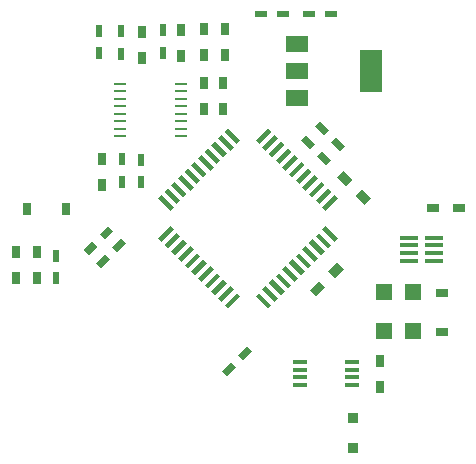
<source format=gbr>
G04 #@! TF.FileFunction,Paste,Top*
%FSLAX46Y46*%
G04 Gerber Fmt 4.6, Leading zero omitted, Abs format (unit mm)*
G04 Created by KiCad (PCBNEW 4.0.4-stable) date 06/03/17 21:35:24*
%MOMM*%
%LPD*%
G01*
G04 APERTURE LIST*
%ADD10C,0.100000*%
%ADD11R,1.360000X1.360000*%
%ADD12R,1.587000X0.317000*%
%ADD13R,1.060000X0.760000*%
%ADD14R,0.610000X1.060000*%
%ADD15R,1.060000X0.610000*%
%ADD16R,0.760000X1.060000*%
%ADD17R,1.060000X0.260000*%
%ADD18R,1.860000X3.660000*%
%ADD19R,1.860000X1.360000*%
%ADD20R,0.860000X0.860000*%
%ADD21R,1.310000X0.310000*%
G04 APERTURE END LIST*
D10*
G36*
X40329838Y-174790852D02*
X40626822Y-175087836D01*
X39594446Y-176120212D01*
X39297462Y-175823228D01*
X40329838Y-174790852D01*
X40329838Y-174790852D01*
G37*
G36*
X39764152Y-174225167D02*
X40061136Y-174522151D01*
X39028760Y-175554527D01*
X38731776Y-175257543D01*
X39764152Y-174225167D01*
X39764152Y-174225167D01*
G37*
G36*
X39198467Y-173659482D02*
X39495451Y-173956466D01*
X38463075Y-174988842D01*
X38166091Y-174691858D01*
X39198467Y-173659482D01*
X39198467Y-173659482D01*
G37*
G36*
X38632782Y-173093796D02*
X38929766Y-173390780D01*
X37897390Y-174423156D01*
X37600406Y-174126172D01*
X38632782Y-173093796D01*
X38632782Y-173093796D01*
G37*
G36*
X38067096Y-172528111D02*
X38364080Y-172825095D01*
X37331704Y-173857471D01*
X37034720Y-173560487D01*
X38067096Y-172528111D01*
X38067096Y-172528111D01*
G37*
G36*
X37501411Y-171962425D02*
X37798395Y-172259409D01*
X36766019Y-173291785D01*
X36469035Y-172994801D01*
X37501411Y-171962425D01*
X37501411Y-171962425D01*
G37*
G36*
X36935725Y-171396740D02*
X37232709Y-171693724D01*
X36200333Y-172726100D01*
X35903349Y-172429116D01*
X36935725Y-171396740D01*
X36935725Y-171396740D01*
G37*
G36*
X36370040Y-170831054D02*
X36667024Y-171128038D01*
X35634648Y-172160414D01*
X35337664Y-171863430D01*
X36370040Y-170831054D01*
X36370040Y-170831054D01*
G37*
G36*
X35804354Y-170265369D02*
X36101338Y-170562353D01*
X35068962Y-171594729D01*
X34771978Y-171297745D01*
X35804354Y-170265369D01*
X35804354Y-170265369D01*
G37*
G36*
X35238669Y-169699684D02*
X35535653Y-169996668D01*
X34503277Y-171029044D01*
X34206293Y-170732060D01*
X35238669Y-169699684D01*
X35238669Y-169699684D01*
G37*
G36*
X34672984Y-169133998D02*
X34969968Y-169430982D01*
X33937592Y-170463358D01*
X33640608Y-170166374D01*
X34672984Y-169133998D01*
X34672984Y-169133998D01*
G37*
G36*
X31024312Y-169430982D02*
X31321296Y-169133998D01*
X32353672Y-170166374D01*
X32056688Y-170463358D01*
X31024312Y-169430982D01*
X31024312Y-169430982D01*
G37*
G36*
X30458627Y-169996668D02*
X30755611Y-169699684D01*
X31787987Y-170732060D01*
X31491003Y-171029044D01*
X30458627Y-169996668D01*
X30458627Y-169996668D01*
G37*
G36*
X29892942Y-170562353D02*
X30189926Y-170265369D01*
X31222302Y-171297745D01*
X30925318Y-171594729D01*
X29892942Y-170562353D01*
X29892942Y-170562353D01*
G37*
G36*
X29327256Y-171128038D02*
X29624240Y-170831054D01*
X30656616Y-171863430D01*
X30359632Y-172160414D01*
X29327256Y-171128038D01*
X29327256Y-171128038D01*
G37*
G36*
X28761571Y-171693724D02*
X29058555Y-171396740D01*
X30090931Y-172429116D01*
X29793947Y-172726100D01*
X28761571Y-171693724D01*
X28761571Y-171693724D01*
G37*
G36*
X28195885Y-172259409D02*
X28492869Y-171962425D01*
X29525245Y-172994801D01*
X29228261Y-173291785D01*
X28195885Y-172259409D01*
X28195885Y-172259409D01*
G37*
G36*
X27630200Y-172825095D02*
X27927184Y-172528111D01*
X28959560Y-173560487D01*
X28662576Y-173857471D01*
X27630200Y-172825095D01*
X27630200Y-172825095D01*
G37*
G36*
X27064514Y-173390780D02*
X27361498Y-173093796D01*
X28393874Y-174126172D01*
X28096890Y-174423156D01*
X27064514Y-173390780D01*
X27064514Y-173390780D01*
G37*
G36*
X26498829Y-173956466D02*
X26795813Y-173659482D01*
X27828189Y-174691858D01*
X27531205Y-174988842D01*
X26498829Y-173956466D01*
X26498829Y-173956466D01*
G37*
G36*
X25933144Y-174522151D02*
X26230128Y-174225167D01*
X27262504Y-175257543D01*
X26965520Y-175554527D01*
X25933144Y-174522151D01*
X25933144Y-174522151D01*
G37*
G36*
X25367458Y-175087836D02*
X25664442Y-174790852D01*
X26696818Y-175823228D01*
X26399834Y-176120212D01*
X25367458Y-175087836D01*
X25367458Y-175087836D01*
G37*
G36*
X26399834Y-177407148D02*
X26696818Y-177704132D01*
X25664442Y-178736508D01*
X25367458Y-178439524D01*
X26399834Y-177407148D01*
X26399834Y-177407148D01*
G37*
G36*
X26965520Y-177972833D02*
X27262504Y-178269817D01*
X26230128Y-179302193D01*
X25933144Y-179005209D01*
X26965520Y-177972833D01*
X26965520Y-177972833D01*
G37*
G36*
X27531205Y-178538518D02*
X27828189Y-178835502D01*
X26795813Y-179867878D01*
X26498829Y-179570894D01*
X27531205Y-178538518D01*
X27531205Y-178538518D01*
G37*
G36*
X28096890Y-179104204D02*
X28393874Y-179401188D01*
X27361498Y-180433564D01*
X27064514Y-180136580D01*
X28096890Y-179104204D01*
X28096890Y-179104204D01*
G37*
G36*
X28662576Y-179669889D02*
X28959560Y-179966873D01*
X27927184Y-180999249D01*
X27630200Y-180702265D01*
X28662576Y-179669889D01*
X28662576Y-179669889D01*
G37*
G36*
X29228261Y-180235575D02*
X29525245Y-180532559D01*
X28492869Y-181564935D01*
X28195885Y-181267951D01*
X29228261Y-180235575D01*
X29228261Y-180235575D01*
G37*
G36*
X29793947Y-180801260D02*
X30090931Y-181098244D01*
X29058555Y-182130620D01*
X28761571Y-181833636D01*
X29793947Y-180801260D01*
X29793947Y-180801260D01*
G37*
G36*
X30359632Y-181366946D02*
X30656616Y-181663930D01*
X29624240Y-182696306D01*
X29327256Y-182399322D01*
X30359632Y-181366946D01*
X30359632Y-181366946D01*
G37*
G36*
X30925318Y-181932631D02*
X31222302Y-182229615D01*
X30189926Y-183261991D01*
X29892942Y-182965007D01*
X30925318Y-181932631D01*
X30925318Y-181932631D01*
G37*
G36*
X31491003Y-182498316D02*
X31787987Y-182795300D01*
X30755611Y-183827676D01*
X30458627Y-183530692D01*
X31491003Y-182498316D01*
X31491003Y-182498316D01*
G37*
G36*
X32056688Y-183064002D02*
X32353672Y-183360986D01*
X31321296Y-184393362D01*
X31024312Y-184096378D01*
X32056688Y-183064002D01*
X32056688Y-183064002D01*
G37*
G36*
X33640608Y-183360986D02*
X33937592Y-183064002D01*
X34969968Y-184096378D01*
X34672984Y-184393362D01*
X33640608Y-183360986D01*
X33640608Y-183360986D01*
G37*
G36*
X34206293Y-182795300D02*
X34503277Y-182498316D01*
X35535653Y-183530692D01*
X35238669Y-183827676D01*
X34206293Y-182795300D01*
X34206293Y-182795300D01*
G37*
G36*
X34771978Y-182229615D02*
X35068962Y-181932631D01*
X36101338Y-182965007D01*
X35804354Y-183261991D01*
X34771978Y-182229615D01*
X34771978Y-182229615D01*
G37*
G36*
X35337664Y-181663930D02*
X35634648Y-181366946D01*
X36667024Y-182399322D01*
X36370040Y-182696306D01*
X35337664Y-181663930D01*
X35337664Y-181663930D01*
G37*
G36*
X35903349Y-181098244D02*
X36200333Y-180801260D01*
X37232709Y-181833636D01*
X36935725Y-182130620D01*
X35903349Y-181098244D01*
X35903349Y-181098244D01*
G37*
G36*
X36469035Y-180532559D02*
X36766019Y-180235575D01*
X37798395Y-181267951D01*
X37501411Y-181564935D01*
X36469035Y-180532559D01*
X36469035Y-180532559D01*
G37*
G36*
X37034720Y-179966873D02*
X37331704Y-179669889D01*
X38364080Y-180702265D01*
X38067096Y-180999249D01*
X37034720Y-179966873D01*
X37034720Y-179966873D01*
G37*
G36*
X37600406Y-179401188D02*
X37897390Y-179104204D01*
X38929766Y-180136580D01*
X38632782Y-180433564D01*
X37600406Y-179401188D01*
X37600406Y-179401188D01*
G37*
G36*
X38166091Y-178835502D02*
X38463075Y-178538518D01*
X39495451Y-179570894D01*
X39198467Y-179867878D01*
X38166091Y-178835502D01*
X38166091Y-178835502D01*
G37*
G36*
X38731776Y-178269817D02*
X39028760Y-177972833D01*
X40061136Y-179005209D01*
X39764152Y-179302193D01*
X38731776Y-178269817D01*
X38731776Y-178269817D01*
G37*
G36*
X39297462Y-177704132D02*
X39594446Y-177407148D01*
X40626822Y-178439524D01*
X40329838Y-178736508D01*
X39297462Y-177704132D01*
X39297462Y-177704132D01*
G37*
D11*
X46980000Y-186345000D03*
X46980000Y-183045000D03*
D12*
X46606000Y-178400000D03*
X46606000Y-179050000D03*
X46606000Y-179700000D03*
X46606000Y-180350000D03*
X48714000Y-180350000D03*
X48714000Y-179700000D03*
X48714000Y-179050000D03*
X48714000Y-178400000D03*
D13*
X49470000Y-183105000D03*
X49470000Y-186405000D03*
D14*
X16776840Y-181828240D03*
X16776840Y-179928240D03*
D10*
G36*
X31264590Y-190131505D02*
X30833255Y-189700170D01*
X31582788Y-188950637D01*
X32014123Y-189381972D01*
X31264590Y-190131505D01*
X31264590Y-190131505D01*
G37*
G36*
X32608092Y-188788003D02*
X32176757Y-188356668D01*
X32926290Y-187607135D01*
X33357625Y-188038470D01*
X32608092Y-188788003D01*
X32608092Y-188788003D01*
G37*
D15*
X38139000Y-159496000D03*
X40039000Y-159496000D03*
D10*
G36*
X22255850Y-178437815D02*
X22687185Y-178869150D01*
X21937652Y-179618683D01*
X21506317Y-179187348D01*
X22255850Y-178437815D01*
X22255850Y-178437815D01*
G37*
G36*
X20912348Y-179781317D02*
X21343683Y-180212652D01*
X20594150Y-180962185D01*
X20162815Y-180530850D01*
X20912348Y-179781317D01*
X20912348Y-179781317D01*
G37*
D15*
X34075000Y-159496000D03*
X35975000Y-159496000D03*
D10*
G36*
X19519150Y-179912185D02*
X19087815Y-179480850D01*
X19837348Y-178731317D01*
X20268683Y-179162652D01*
X19519150Y-179912185D01*
X19519150Y-179912185D01*
G37*
G36*
X20862652Y-178568683D02*
X20431317Y-178137348D01*
X21180850Y-177387815D01*
X21612185Y-177819150D01*
X20862652Y-178568683D01*
X20862652Y-178568683D01*
G37*
G36*
X37505975Y-170185910D02*
X37937310Y-169754575D01*
X38686843Y-170504108D01*
X38255508Y-170935443D01*
X37505975Y-170185910D01*
X37505975Y-170185910D01*
G37*
G36*
X38849477Y-171529412D02*
X39280812Y-171098077D01*
X40030345Y-171847610D01*
X39599010Y-172278945D01*
X38849477Y-171529412D01*
X38849477Y-171529412D01*
G37*
G36*
X38705975Y-168985910D02*
X39137310Y-168554575D01*
X39886843Y-169304108D01*
X39455508Y-169735443D01*
X38705975Y-168985910D01*
X38705975Y-168985910D01*
G37*
G36*
X40049477Y-170329412D02*
X40480812Y-169898077D01*
X41230345Y-170647610D01*
X40799010Y-171078945D01*
X40049477Y-170329412D01*
X40049477Y-170329412D01*
G37*
D14*
X22320000Y-171785000D03*
X22320000Y-173685000D03*
X22275000Y-162825000D03*
X22275000Y-160925000D03*
X20425000Y-162800000D03*
X20425000Y-160900000D03*
D10*
G36*
X40568716Y-173311117D02*
X41106117Y-172773716D01*
X41855650Y-173523249D01*
X41318249Y-174060650D01*
X40568716Y-173311117D01*
X40568716Y-173311117D01*
G37*
G36*
X42124350Y-174866751D02*
X42661751Y-174329350D01*
X43411284Y-175078883D01*
X42873883Y-175616284D01*
X42124350Y-174866751D01*
X42124350Y-174866751D01*
G37*
G36*
X38784277Y-183338044D02*
X38246876Y-182800643D01*
X38996409Y-182051110D01*
X39533810Y-182588511D01*
X38784277Y-183338044D01*
X38784277Y-183338044D01*
G37*
G36*
X40339911Y-181782410D02*
X39802510Y-181245009D01*
X40552043Y-180495476D01*
X41089444Y-181032877D01*
X40339911Y-181782410D01*
X40339911Y-181782410D01*
G37*
D16*
X44170000Y-191085000D03*
X44170000Y-188885000D03*
X27368160Y-163066760D03*
X27368160Y-160866760D03*
X13346840Y-181818240D03*
X13346840Y-179618240D03*
X15096840Y-179618240D03*
X15096840Y-181818240D03*
X20600000Y-173935000D03*
X20600000Y-171735000D03*
X24068160Y-160966760D03*
X24068160Y-163166760D03*
X29275000Y-167500000D03*
X29275000Y-165300000D03*
X30861000Y-167505560D03*
X30861000Y-165305560D03*
X31068160Y-160716760D03*
X31068160Y-162916760D03*
X29318160Y-162916760D03*
X29318160Y-160716760D03*
D17*
X22124360Y-165364160D03*
X22124360Y-165999160D03*
X22124360Y-166634160D03*
X22124360Y-167269160D03*
X22124360Y-167904160D03*
X22124360Y-168539160D03*
X22124360Y-169174160D03*
X22124360Y-169809160D03*
X27324360Y-169809160D03*
X27324360Y-169174160D03*
X27324360Y-168539160D03*
X27324360Y-167904160D03*
X27324360Y-167269160D03*
X27324360Y-166634160D03*
X27324360Y-165999160D03*
X27324360Y-165364160D03*
D14*
X25818160Y-162766760D03*
X25818160Y-160866760D03*
X23960000Y-171795000D03*
X23960000Y-173695000D03*
D11*
X44540000Y-186295000D03*
X44540000Y-182995000D03*
D16*
X17630000Y-175955000D03*
X14330000Y-175955000D03*
D18*
X43452180Y-164271960D03*
D19*
X37152180Y-164271960D03*
X37152180Y-166571960D03*
X37152180Y-161971960D03*
D20*
X41910000Y-193705000D03*
X41910000Y-196205000D03*
D21*
X41780000Y-190880000D03*
X41780000Y-190230000D03*
X41780000Y-189580000D03*
X41780000Y-188930000D03*
X37380000Y-188930000D03*
X37380000Y-189580000D03*
X37380000Y-190230000D03*
X37380000Y-190880000D03*
D13*
X48640000Y-175880000D03*
X50840000Y-175880000D03*
M02*

</source>
